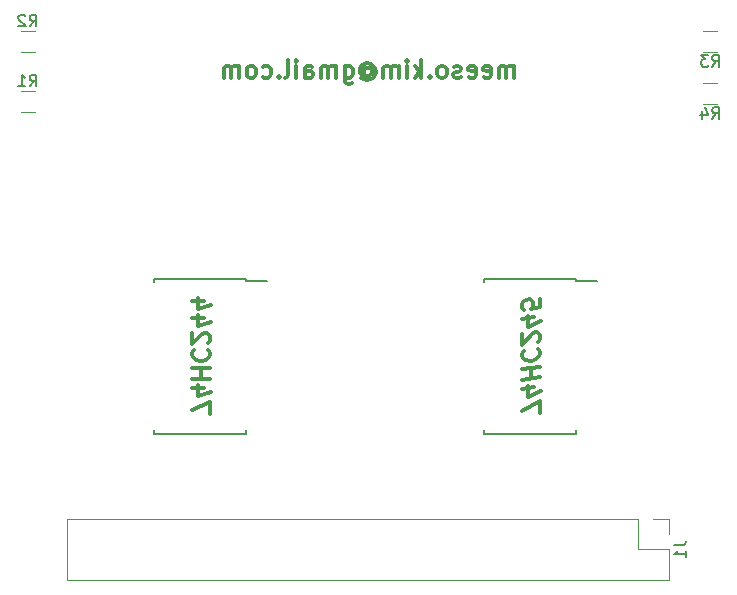
<source format=gbr>
G04 #@! TF.FileFunction,Legend,Bot*
%FSLAX46Y46*%
G04 Gerber Fmt 4.6, Leading zero omitted, Abs format (unit mm)*
G04 Created by KiCad (PCBNEW 4.0.7) date 01/21/18 21:19:11*
%MOMM*%
%LPD*%
G01*
G04 APERTURE LIST*
%ADD10C,0.100000*%
%ADD11C,0.300000*%
%ADD12C,0.375000*%
%ADD13C,0.120000*%
%ADD14C,0.150000*%
G04 APERTURE END LIST*
D10*
D11*
X137698214Y-74211571D02*
X137698214Y-73211571D01*
X137698214Y-73354429D02*
X137626786Y-73283000D01*
X137483928Y-73211571D01*
X137269643Y-73211571D01*
X137126786Y-73283000D01*
X137055357Y-73425857D01*
X137055357Y-74211571D01*
X137055357Y-73425857D02*
X136983928Y-73283000D01*
X136841071Y-73211571D01*
X136626786Y-73211571D01*
X136483928Y-73283000D01*
X136412500Y-73425857D01*
X136412500Y-74211571D01*
X135126786Y-74140143D02*
X135269643Y-74211571D01*
X135555357Y-74211571D01*
X135698214Y-74140143D01*
X135769643Y-73997286D01*
X135769643Y-73425857D01*
X135698214Y-73283000D01*
X135555357Y-73211571D01*
X135269643Y-73211571D01*
X135126786Y-73283000D01*
X135055357Y-73425857D01*
X135055357Y-73568714D01*
X135769643Y-73711571D01*
X133841072Y-74140143D02*
X133983929Y-74211571D01*
X134269643Y-74211571D01*
X134412500Y-74140143D01*
X134483929Y-73997286D01*
X134483929Y-73425857D01*
X134412500Y-73283000D01*
X134269643Y-73211571D01*
X133983929Y-73211571D01*
X133841072Y-73283000D01*
X133769643Y-73425857D01*
X133769643Y-73568714D01*
X134483929Y-73711571D01*
X133198215Y-74140143D02*
X133055358Y-74211571D01*
X132769643Y-74211571D01*
X132626786Y-74140143D01*
X132555358Y-73997286D01*
X132555358Y-73925857D01*
X132626786Y-73783000D01*
X132769643Y-73711571D01*
X132983929Y-73711571D01*
X133126786Y-73640143D01*
X133198215Y-73497286D01*
X133198215Y-73425857D01*
X133126786Y-73283000D01*
X132983929Y-73211571D01*
X132769643Y-73211571D01*
X132626786Y-73283000D01*
X131698214Y-74211571D02*
X131841072Y-74140143D01*
X131912500Y-74068714D01*
X131983929Y-73925857D01*
X131983929Y-73497286D01*
X131912500Y-73354429D01*
X131841072Y-73283000D01*
X131698214Y-73211571D01*
X131483929Y-73211571D01*
X131341072Y-73283000D01*
X131269643Y-73354429D01*
X131198214Y-73497286D01*
X131198214Y-73925857D01*
X131269643Y-74068714D01*
X131341072Y-74140143D01*
X131483929Y-74211571D01*
X131698214Y-74211571D01*
X130555357Y-74068714D02*
X130483929Y-74140143D01*
X130555357Y-74211571D01*
X130626786Y-74140143D01*
X130555357Y-74068714D01*
X130555357Y-74211571D01*
X129841071Y-74211571D02*
X129841071Y-72711571D01*
X129698214Y-73640143D02*
X129269643Y-74211571D01*
X129269643Y-73211571D02*
X129841071Y-73783000D01*
X128626785Y-74211571D02*
X128626785Y-73211571D01*
X128626785Y-72711571D02*
X128698214Y-72783000D01*
X128626785Y-72854429D01*
X128555357Y-72783000D01*
X128626785Y-72711571D01*
X128626785Y-72854429D01*
X127912499Y-74211571D02*
X127912499Y-73211571D01*
X127912499Y-73354429D02*
X127841071Y-73283000D01*
X127698213Y-73211571D01*
X127483928Y-73211571D01*
X127341071Y-73283000D01*
X127269642Y-73425857D01*
X127269642Y-74211571D01*
X127269642Y-73425857D02*
X127198213Y-73283000D01*
X127055356Y-73211571D01*
X126841071Y-73211571D01*
X126698213Y-73283000D01*
X126626785Y-73425857D01*
X126626785Y-74211571D01*
X124983928Y-73497286D02*
X125055356Y-73425857D01*
X125198213Y-73354429D01*
X125341071Y-73354429D01*
X125483928Y-73425857D01*
X125555356Y-73497286D01*
X125626785Y-73640143D01*
X125626785Y-73783000D01*
X125555356Y-73925857D01*
X125483928Y-73997286D01*
X125341071Y-74068714D01*
X125198213Y-74068714D01*
X125055356Y-73997286D01*
X124983928Y-73925857D01*
X124983928Y-73354429D02*
X124983928Y-73925857D01*
X124912499Y-73997286D01*
X124841071Y-73997286D01*
X124698213Y-73925857D01*
X124626785Y-73783000D01*
X124626785Y-73425857D01*
X124769642Y-73211571D01*
X124983928Y-73068714D01*
X125269642Y-72997286D01*
X125555356Y-73068714D01*
X125769642Y-73211571D01*
X125912499Y-73425857D01*
X125983928Y-73711571D01*
X125912499Y-73997286D01*
X125769642Y-74211571D01*
X125555356Y-74354429D01*
X125269642Y-74425857D01*
X124983928Y-74354429D01*
X124769642Y-74211571D01*
X123341071Y-73211571D02*
X123341071Y-74425857D01*
X123412500Y-74568714D01*
X123483928Y-74640143D01*
X123626785Y-74711571D01*
X123841071Y-74711571D01*
X123983928Y-74640143D01*
X123341071Y-74140143D02*
X123483928Y-74211571D01*
X123769642Y-74211571D01*
X123912500Y-74140143D01*
X123983928Y-74068714D01*
X124055357Y-73925857D01*
X124055357Y-73497286D01*
X123983928Y-73354429D01*
X123912500Y-73283000D01*
X123769642Y-73211571D01*
X123483928Y-73211571D01*
X123341071Y-73283000D01*
X122626785Y-74211571D02*
X122626785Y-73211571D01*
X122626785Y-73354429D02*
X122555357Y-73283000D01*
X122412499Y-73211571D01*
X122198214Y-73211571D01*
X122055357Y-73283000D01*
X121983928Y-73425857D01*
X121983928Y-74211571D01*
X121983928Y-73425857D02*
X121912499Y-73283000D01*
X121769642Y-73211571D01*
X121555357Y-73211571D01*
X121412499Y-73283000D01*
X121341071Y-73425857D01*
X121341071Y-74211571D01*
X119983928Y-74211571D02*
X119983928Y-73425857D01*
X120055357Y-73283000D01*
X120198214Y-73211571D01*
X120483928Y-73211571D01*
X120626785Y-73283000D01*
X119983928Y-74140143D02*
X120126785Y-74211571D01*
X120483928Y-74211571D01*
X120626785Y-74140143D01*
X120698214Y-73997286D01*
X120698214Y-73854429D01*
X120626785Y-73711571D01*
X120483928Y-73640143D01*
X120126785Y-73640143D01*
X119983928Y-73568714D01*
X119269642Y-74211571D02*
X119269642Y-73211571D01*
X119269642Y-72711571D02*
X119341071Y-72783000D01*
X119269642Y-72854429D01*
X119198214Y-72783000D01*
X119269642Y-72711571D01*
X119269642Y-72854429D01*
X118341070Y-74211571D02*
X118483928Y-74140143D01*
X118555356Y-73997286D01*
X118555356Y-72711571D01*
X117769642Y-74068714D02*
X117698214Y-74140143D01*
X117769642Y-74211571D01*
X117841071Y-74140143D01*
X117769642Y-74068714D01*
X117769642Y-74211571D01*
X116412499Y-74140143D02*
X116555356Y-74211571D01*
X116841070Y-74211571D01*
X116983928Y-74140143D01*
X117055356Y-74068714D01*
X117126785Y-73925857D01*
X117126785Y-73497286D01*
X117055356Y-73354429D01*
X116983928Y-73283000D01*
X116841070Y-73211571D01*
X116555356Y-73211571D01*
X116412499Y-73283000D01*
X115555356Y-74211571D02*
X115698214Y-74140143D01*
X115769642Y-74068714D01*
X115841071Y-73925857D01*
X115841071Y-73497286D01*
X115769642Y-73354429D01*
X115698214Y-73283000D01*
X115555356Y-73211571D01*
X115341071Y-73211571D01*
X115198214Y-73283000D01*
X115126785Y-73354429D01*
X115055356Y-73497286D01*
X115055356Y-73925857D01*
X115126785Y-74068714D01*
X115198214Y-74140143D01*
X115341071Y-74211571D01*
X115555356Y-74211571D01*
X114412499Y-74211571D02*
X114412499Y-73211571D01*
X114412499Y-73354429D02*
X114341071Y-73283000D01*
X114198213Y-73211571D01*
X113983928Y-73211571D01*
X113841071Y-73283000D01*
X113769642Y-73425857D01*
X113769642Y-74211571D01*
X113769642Y-73425857D02*
X113698213Y-73283000D01*
X113555356Y-73211571D01*
X113341071Y-73211571D01*
X113198213Y-73283000D01*
X113126785Y-73425857D01*
X113126785Y-74211571D01*
X111946429Y-102682856D02*
X111946429Y-101682856D01*
X110446429Y-102325713D01*
X111446429Y-100468571D02*
X110446429Y-100468571D01*
X112017857Y-100825714D02*
X110946429Y-101182857D01*
X110946429Y-100254285D01*
X110446429Y-99682857D02*
X111946429Y-99682857D01*
X111232143Y-99682857D02*
X111232143Y-98825714D01*
X110446429Y-98825714D02*
X111946429Y-98825714D01*
X110589286Y-97254285D02*
X110517857Y-97325714D01*
X110446429Y-97540000D01*
X110446429Y-97682857D01*
X110517857Y-97897142D01*
X110660714Y-98040000D01*
X110803571Y-98111428D01*
X111089286Y-98182857D01*
X111303571Y-98182857D01*
X111589286Y-98111428D01*
X111732143Y-98040000D01*
X111875000Y-97897142D01*
X111946429Y-97682857D01*
X111946429Y-97540000D01*
X111875000Y-97325714D01*
X111803571Y-97254285D01*
X111803571Y-96682857D02*
X111875000Y-96611428D01*
X111946429Y-96468571D01*
X111946429Y-96111428D01*
X111875000Y-95968571D01*
X111803571Y-95897142D01*
X111660714Y-95825714D01*
X111517857Y-95825714D01*
X111303571Y-95897142D01*
X110446429Y-96754285D01*
X110446429Y-95825714D01*
X111446429Y-94540000D02*
X110446429Y-94540000D01*
X112017857Y-94897143D02*
X110946429Y-95254286D01*
X110946429Y-94325714D01*
X111446429Y-93111429D02*
X110446429Y-93111429D01*
X112017857Y-93468572D02*
X110946429Y-93825715D01*
X110946429Y-92897143D01*
D12*
X139886429Y-102580177D02*
X139886429Y-101580177D01*
X138386429Y-102410534D01*
X139386429Y-100428392D02*
X138386429Y-100553392D01*
X139957857Y-100714107D02*
X138886429Y-101205178D01*
X138886429Y-100276606D01*
X138386429Y-99767678D02*
X139886429Y-99580178D01*
X139172143Y-99669464D02*
X139172143Y-98812321D01*
X138386429Y-98910535D02*
X139886429Y-98723035D01*
X138529286Y-97321249D02*
X138457857Y-97401607D01*
X138386429Y-97624821D01*
X138386429Y-97767678D01*
X138457857Y-97973035D01*
X138600714Y-98098036D01*
X138743571Y-98151607D01*
X139029286Y-98187321D01*
X139243571Y-98160536D01*
X139529286Y-98053392D01*
X139672143Y-97964107D01*
X139815000Y-97803392D01*
X139886429Y-97580178D01*
X139886429Y-97437321D01*
X139815000Y-97231964D01*
X139743571Y-97169464D01*
X139743571Y-96598036D02*
X139815000Y-96517678D01*
X139886429Y-96365892D01*
X139886429Y-96008749D01*
X139815000Y-95874821D01*
X139743571Y-95812321D01*
X139600714Y-95758750D01*
X139457857Y-95776607D01*
X139243571Y-95874821D01*
X138386429Y-96839106D01*
X138386429Y-95910535D01*
X139386429Y-94499821D02*
X138386429Y-94624821D01*
X139957857Y-94785536D02*
X138886429Y-95276607D01*
X138886429Y-94348035D01*
X139886429Y-92937321D02*
X139886429Y-93651607D01*
X139172143Y-93812322D01*
X139243571Y-93731965D01*
X139315000Y-93580179D01*
X139315000Y-93223036D01*
X139243571Y-93089108D01*
X139172143Y-93026607D01*
X139029286Y-92973036D01*
X138672143Y-93017679D01*
X138529286Y-93106964D01*
X138457857Y-93187322D01*
X138386429Y-93339107D01*
X138386429Y-93696250D01*
X138457857Y-93830179D01*
X138529286Y-93892679D01*
D13*
X148184000Y-111548000D02*
X99864000Y-111548000D01*
X99864000Y-111548000D02*
X99864000Y-116748000D01*
X99864000Y-116748000D02*
X150784000Y-116748000D01*
X150784000Y-116748000D02*
X150784000Y-114148000D01*
X150784000Y-114148000D02*
X148184000Y-114148000D01*
X148184000Y-114148000D02*
X148184000Y-111548000D01*
X149454000Y-111548000D02*
X150784000Y-111548000D01*
X150784000Y-111548000D02*
X150784000Y-112818000D01*
X95920000Y-77080000D02*
X97120000Y-77080000D01*
X97120000Y-75320000D02*
X95920000Y-75320000D01*
X95920000Y-72000000D02*
X97120000Y-72000000D01*
X97120000Y-70240000D02*
X95920000Y-70240000D01*
X154905000Y-70240000D02*
X153705000Y-70240000D01*
X153705000Y-72000000D02*
X154905000Y-72000000D01*
X154905000Y-74685000D02*
X153705000Y-74685000D01*
X153705000Y-76445000D02*
X154905000Y-76445000D01*
D14*
X142940000Y-91215000D02*
X142940000Y-91465000D01*
X135190000Y-91215000D02*
X135190000Y-91550000D01*
X135190000Y-104365000D02*
X135190000Y-104030000D01*
X142940000Y-104365000D02*
X142940000Y-104030000D01*
X142940000Y-91215000D02*
X135190000Y-91215000D01*
X142940000Y-104365000D02*
X135190000Y-104365000D01*
X142940000Y-91465000D02*
X144740000Y-91465000D01*
X115000000Y-91215000D02*
X115000000Y-91465000D01*
X107250000Y-91215000D02*
X107250000Y-91550000D01*
X107250000Y-104365000D02*
X107250000Y-104030000D01*
X115000000Y-104365000D02*
X115000000Y-104030000D01*
X115000000Y-91215000D02*
X107250000Y-91215000D01*
X115000000Y-104365000D02*
X107250000Y-104365000D01*
X115000000Y-91465000D02*
X116800000Y-91465000D01*
X151236381Y-113814667D02*
X151950667Y-113814667D01*
X152093524Y-113767047D01*
X152188762Y-113671809D01*
X152236381Y-113528952D01*
X152236381Y-113433714D01*
X152236381Y-114814667D02*
X152236381Y-114243238D01*
X152236381Y-114528952D02*
X151236381Y-114528952D01*
X151379238Y-114433714D01*
X151474476Y-114338476D01*
X151522095Y-114243238D01*
X96686666Y-74952381D02*
X97020000Y-74476190D01*
X97258095Y-74952381D02*
X97258095Y-73952381D01*
X96877142Y-73952381D01*
X96781904Y-74000000D01*
X96734285Y-74047619D01*
X96686666Y-74142857D01*
X96686666Y-74285714D01*
X96734285Y-74380952D01*
X96781904Y-74428571D01*
X96877142Y-74476190D01*
X97258095Y-74476190D01*
X95734285Y-74952381D02*
X96305714Y-74952381D01*
X96020000Y-74952381D02*
X96020000Y-73952381D01*
X96115238Y-74095238D01*
X96210476Y-74190476D01*
X96305714Y-74238095D01*
X96686666Y-69872381D02*
X97020000Y-69396190D01*
X97258095Y-69872381D02*
X97258095Y-68872381D01*
X96877142Y-68872381D01*
X96781904Y-68920000D01*
X96734285Y-68967619D01*
X96686666Y-69062857D01*
X96686666Y-69205714D01*
X96734285Y-69300952D01*
X96781904Y-69348571D01*
X96877142Y-69396190D01*
X97258095Y-69396190D01*
X96305714Y-68967619D02*
X96258095Y-68920000D01*
X96162857Y-68872381D01*
X95924761Y-68872381D01*
X95829523Y-68920000D01*
X95781904Y-68967619D01*
X95734285Y-69062857D01*
X95734285Y-69158095D01*
X95781904Y-69300952D01*
X96353333Y-69872381D01*
X95734285Y-69872381D01*
X154471666Y-73272381D02*
X154805000Y-72796190D01*
X155043095Y-73272381D02*
X155043095Y-72272381D01*
X154662142Y-72272381D01*
X154566904Y-72320000D01*
X154519285Y-72367619D01*
X154471666Y-72462857D01*
X154471666Y-72605714D01*
X154519285Y-72700952D01*
X154566904Y-72748571D01*
X154662142Y-72796190D01*
X155043095Y-72796190D01*
X154138333Y-72272381D02*
X153519285Y-72272381D01*
X153852619Y-72653333D01*
X153709761Y-72653333D01*
X153614523Y-72700952D01*
X153566904Y-72748571D01*
X153519285Y-72843810D01*
X153519285Y-73081905D01*
X153566904Y-73177143D01*
X153614523Y-73224762D01*
X153709761Y-73272381D01*
X153995476Y-73272381D01*
X154090714Y-73224762D01*
X154138333Y-73177143D01*
X154471666Y-77717381D02*
X154805000Y-77241190D01*
X155043095Y-77717381D02*
X155043095Y-76717381D01*
X154662142Y-76717381D01*
X154566904Y-76765000D01*
X154519285Y-76812619D01*
X154471666Y-76907857D01*
X154471666Y-77050714D01*
X154519285Y-77145952D01*
X154566904Y-77193571D01*
X154662142Y-77241190D01*
X155043095Y-77241190D01*
X153614523Y-77050714D02*
X153614523Y-77717381D01*
X153852619Y-76669762D02*
X154090714Y-77384048D01*
X153471666Y-77384048D01*
M02*

</source>
